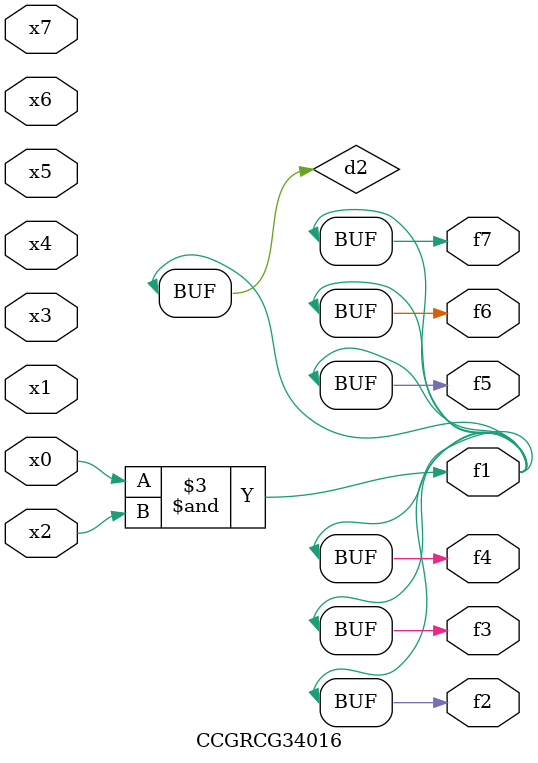
<source format=v>
module CCGRCG34016(
	input x0, x1, x2, x3, x4, x5, x6, x7,
	output f1, f2, f3, f4, f5, f6, f7
);

	wire d1, d2;

	nor (d1, x3, x6);
	and (d2, x0, x2);
	assign f1 = d2;
	assign f2 = d2;
	assign f3 = d2;
	assign f4 = d2;
	assign f5 = d2;
	assign f6 = d2;
	assign f7 = d2;
endmodule

</source>
